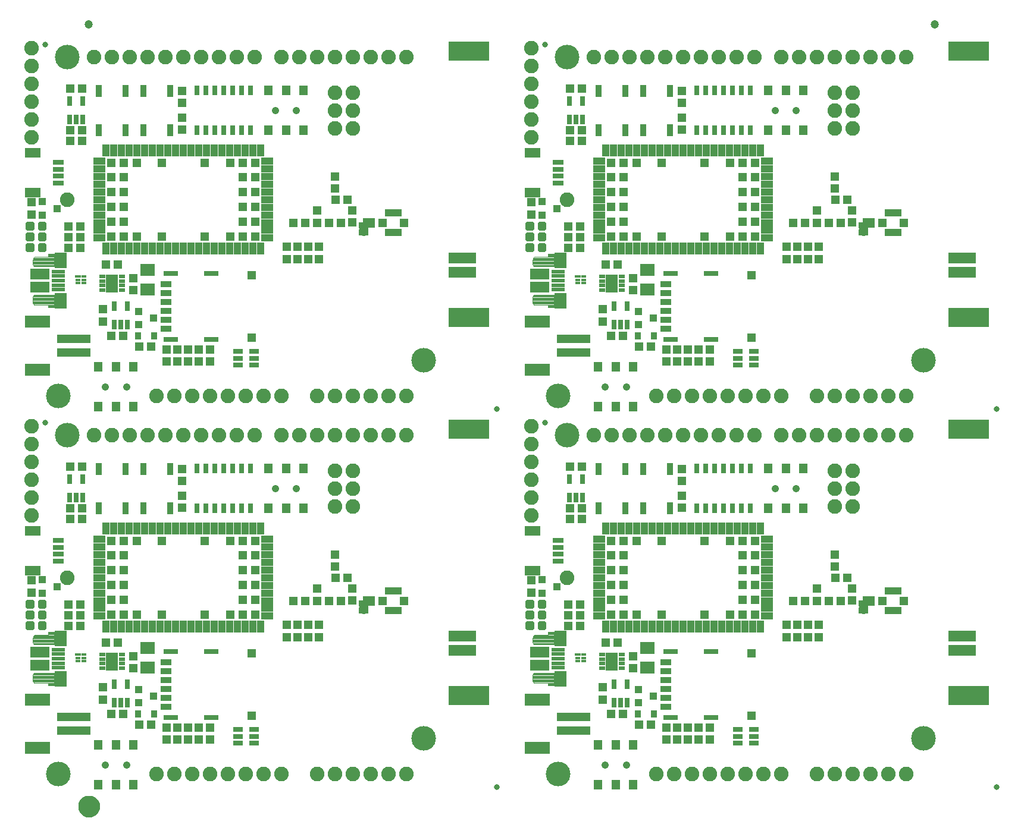
<source format=gts>
G75*
%MOIN*%
%OFA0B0*%
%FSLAX25Y25*%
%IPPOS*%
%LPD*%
%AMOC8*
5,1,8,0,0,1.08239X$1,22.5*
%
%ADD10C,0.05000*%
%ADD11R,0.03950X0.06706*%
%ADD12R,0.06706X0.03950*%
%ADD13R,0.05131X0.05131*%
%ADD14R,0.07690X0.02375*%
%ADD15R,0.06548X0.08674*%
%ADD16R,0.10643X0.06410*%
%ADD17C,0.00400*%
%ADD18R,0.08674X0.05524*%
%ADD19R,0.06115X0.03162*%
%ADD20R,0.18910X0.04737*%
%ADD21R,0.14186X0.07099*%
%ADD22R,0.03800X0.06800*%
%ADD23C,0.08200*%
%ADD24R,0.02965X0.05524*%
%ADD25R,0.05131X0.04737*%
%ADD26R,0.03280X0.04068*%
%ADD27C,0.01990*%
%ADD28R,0.04343X0.03950*%
%ADD29R,0.04737X0.05131*%
%ADD30R,0.03359X0.01981*%
%ADD31R,0.07099X0.10052*%
%ADD32R,0.04737X0.05328*%
%ADD33C,0.04146*%
%ADD34R,0.05918X0.03359*%
%ADD35R,0.07887X0.02690*%
%ADD36R,0.04737X0.04855*%
%ADD37R,0.09461X0.04146*%
%ADD38R,0.04934X0.04737*%
%ADD39R,0.03162X0.05524*%
%ADD40R,0.07887X0.07099*%
%ADD41R,0.22847X0.11036*%
%ADD42R,0.15367X0.06312*%
%ADD43C,0.13800*%
%ADD44R,0.03300X0.05800*%
%ADD45R,0.05800X0.03300*%
%ADD46C,0.00500*%
%ADD47R,0.03202X0.01784*%
%ADD48R,0.03005X0.01784*%
%ADD49R,0.05524X0.03162*%
%ADD50C,0.03300*%
%ADD51C,0.04737*%
%ADD52C,0.06706*%
D10*
X0095959Y0020250D02*
X0095961Y0020369D01*
X0095967Y0020488D01*
X0095977Y0020607D01*
X0095991Y0020725D01*
X0096009Y0020843D01*
X0096030Y0020960D01*
X0096056Y0021076D01*
X0096086Y0021192D01*
X0096119Y0021306D01*
X0096156Y0021419D01*
X0096197Y0021531D01*
X0096242Y0021642D01*
X0096290Y0021751D01*
X0096342Y0021858D01*
X0096398Y0021963D01*
X0096457Y0022067D01*
X0096519Y0022168D01*
X0096585Y0022268D01*
X0096654Y0022365D01*
X0096726Y0022459D01*
X0096802Y0022552D01*
X0096880Y0022641D01*
X0096961Y0022728D01*
X0097046Y0022813D01*
X0097133Y0022894D01*
X0097222Y0022972D01*
X0097315Y0023048D01*
X0097409Y0023120D01*
X0097506Y0023189D01*
X0097606Y0023255D01*
X0097707Y0023317D01*
X0097811Y0023376D01*
X0097916Y0023432D01*
X0098023Y0023484D01*
X0098132Y0023532D01*
X0098243Y0023577D01*
X0098355Y0023618D01*
X0098468Y0023655D01*
X0098582Y0023688D01*
X0098698Y0023718D01*
X0098814Y0023744D01*
X0098931Y0023765D01*
X0099049Y0023783D01*
X0099167Y0023797D01*
X0099286Y0023807D01*
X0099405Y0023813D01*
X0099524Y0023815D01*
X0099643Y0023813D01*
X0099762Y0023807D01*
X0099881Y0023797D01*
X0099999Y0023783D01*
X0100117Y0023765D01*
X0100234Y0023744D01*
X0100350Y0023718D01*
X0100466Y0023688D01*
X0100580Y0023655D01*
X0100693Y0023618D01*
X0100805Y0023577D01*
X0100916Y0023532D01*
X0101025Y0023484D01*
X0101132Y0023432D01*
X0101237Y0023376D01*
X0101341Y0023317D01*
X0101442Y0023255D01*
X0101542Y0023189D01*
X0101639Y0023120D01*
X0101733Y0023048D01*
X0101826Y0022972D01*
X0101915Y0022894D01*
X0102002Y0022813D01*
X0102087Y0022728D01*
X0102168Y0022641D01*
X0102246Y0022552D01*
X0102322Y0022459D01*
X0102394Y0022365D01*
X0102463Y0022268D01*
X0102529Y0022168D01*
X0102591Y0022067D01*
X0102650Y0021963D01*
X0102706Y0021858D01*
X0102758Y0021751D01*
X0102806Y0021642D01*
X0102851Y0021531D01*
X0102892Y0021419D01*
X0102929Y0021306D01*
X0102962Y0021192D01*
X0102992Y0021076D01*
X0103018Y0020960D01*
X0103039Y0020843D01*
X0103057Y0020725D01*
X0103071Y0020607D01*
X0103081Y0020488D01*
X0103087Y0020369D01*
X0103089Y0020250D01*
X0103087Y0020131D01*
X0103081Y0020012D01*
X0103071Y0019893D01*
X0103057Y0019775D01*
X0103039Y0019657D01*
X0103018Y0019540D01*
X0102992Y0019424D01*
X0102962Y0019308D01*
X0102929Y0019194D01*
X0102892Y0019081D01*
X0102851Y0018969D01*
X0102806Y0018858D01*
X0102758Y0018749D01*
X0102706Y0018642D01*
X0102650Y0018537D01*
X0102591Y0018433D01*
X0102529Y0018332D01*
X0102463Y0018232D01*
X0102394Y0018135D01*
X0102322Y0018041D01*
X0102246Y0017948D01*
X0102168Y0017859D01*
X0102087Y0017772D01*
X0102002Y0017687D01*
X0101915Y0017606D01*
X0101826Y0017528D01*
X0101733Y0017452D01*
X0101639Y0017380D01*
X0101542Y0017311D01*
X0101442Y0017245D01*
X0101341Y0017183D01*
X0101237Y0017124D01*
X0101132Y0017068D01*
X0101025Y0017016D01*
X0100916Y0016968D01*
X0100805Y0016923D01*
X0100693Y0016882D01*
X0100580Y0016845D01*
X0100466Y0016812D01*
X0100350Y0016782D01*
X0100234Y0016756D01*
X0100117Y0016735D01*
X0099999Y0016717D01*
X0099881Y0016703D01*
X0099762Y0016693D01*
X0099643Y0016687D01*
X0099524Y0016685D01*
X0099405Y0016687D01*
X0099286Y0016693D01*
X0099167Y0016703D01*
X0099049Y0016717D01*
X0098931Y0016735D01*
X0098814Y0016756D01*
X0098698Y0016782D01*
X0098582Y0016812D01*
X0098468Y0016845D01*
X0098355Y0016882D01*
X0098243Y0016923D01*
X0098132Y0016968D01*
X0098023Y0017016D01*
X0097916Y0017068D01*
X0097811Y0017124D01*
X0097707Y0017183D01*
X0097606Y0017245D01*
X0097506Y0017311D01*
X0097409Y0017380D01*
X0097315Y0017452D01*
X0097222Y0017528D01*
X0097133Y0017606D01*
X0097046Y0017687D01*
X0096961Y0017772D01*
X0096880Y0017859D01*
X0096802Y0017948D01*
X0096726Y0018041D01*
X0096654Y0018135D01*
X0096585Y0018232D01*
X0096519Y0018332D01*
X0096457Y0018433D01*
X0096398Y0018537D01*
X0096342Y0018642D01*
X0096290Y0018749D01*
X0096242Y0018858D01*
X0096197Y0018969D01*
X0096156Y0019081D01*
X0096119Y0019194D01*
X0096086Y0019308D01*
X0096056Y0019424D01*
X0096030Y0019540D01*
X0096009Y0019657D01*
X0095991Y0019775D01*
X0095977Y0019893D01*
X0095967Y0020012D01*
X0095961Y0020131D01*
X0095959Y0020250D01*
X0253524Y0130800D02*
X0253524Y0132400D01*
X0253524Y0132500D02*
X0253524Y0131000D01*
X0533524Y0131000D02*
X0533524Y0132500D01*
X0533524Y0132400D02*
X0533524Y0130800D01*
X0533524Y0342800D02*
X0533524Y0344400D01*
X0533524Y0344500D02*
X0533524Y0343000D01*
X0253524Y0343000D02*
X0253524Y0344500D01*
X0253524Y0344400D02*
X0253524Y0342800D01*
D11*
X0195831Y0333138D03*
X0191500Y0333138D03*
X0187169Y0333138D03*
X0182839Y0333138D03*
X0178508Y0333138D03*
X0174177Y0333138D03*
X0169846Y0333138D03*
X0165516Y0333138D03*
X0161185Y0333138D03*
X0156854Y0333138D03*
X0152524Y0333138D03*
X0148193Y0333138D03*
X0143862Y0333138D03*
X0139531Y0333138D03*
X0135201Y0333138D03*
X0130870Y0333138D03*
X0126539Y0333138D03*
X0122209Y0333138D03*
X0117878Y0333138D03*
X0113547Y0333138D03*
X0109217Y0333138D03*
X0109217Y0387862D03*
X0113547Y0387862D03*
X0117878Y0387862D03*
X0122209Y0387862D03*
X0126539Y0387862D03*
X0130870Y0387862D03*
X0135201Y0387862D03*
X0139531Y0387862D03*
X0143862Y0387862D03*
X0148193Y0387862D03*
X0152524Y0387862D03*
X0156854Y0387862D03*
X0161185Y0387862D03*
X0165516Y0387862D03*
X0169846Y0387862D03*
X0174177Y0387862D03*
X0178508Y0387862D03*
X0182839Y0387862D03*
X0187169Y0387862D03*
X0191500Y0387862D03*
X0195831Y0387862D03*
X0389217Y0387862D03*
X0393547Y0387862D03*
X0397878Y0387862D03*
X0402209Y0387862D03*
X0406539Y0387862D03*
X0410870Y0387862D03*
X0415201Y0387862D03*
X0419531Y0387862D03*
X0423862Y0387862D03*
X0428193Y0387862D03*
X0432524Y0387862D03*
X0436854Y0387862D03*
X0441185Y0387862D03*
X0445516Y0387862D03*
X0449846Y0387862D03*
X0454177Y0387862D03*
X0458508Y0387862D03*
X0462839Y0387862D03*
X0467169Y0387862D03*
X0471500Y0387862D03*
X0475831Y0387862D03*
X0475831Y0333138D03*
X0471500Y0333138D03*
X0467169Y0333138D03*
X0462839Y0333138D03*
X0458508Y0333138D03*
X0454177Y0333138D03*
X0449846Y0333138D03*
X0445516Y0333138D03*
X0441185Y0333138D03*
X0436854Y0333138D03*
X0432524Y0333138D03*
X0428193Y0333138D03*
X0423862Y0333138D03*
X0419531Y0333138D03*
X0415201Y0333138D03*
X0410870Y0333138D03*
X0406539Y0333138D03*
X0402209Y0333138D03*
X0397878Y0333138D03*
X0393547Y0333138D03*
X0389217Y0333138D03*
X0389217Y0175862D03*
X0393547Y0175862D03*
X0397878Y0175862D03*
X0402209Y0175862D03*
X0406539Y0175862D03*
X0410870Y0175862D03*
X0415201Y0175862D03*
X0419531Y0175862D03*
X0423862Y0175862D03*
X0428193Y0175862D03*
X0432524Y0175862D03*
X0436854Y0175862D03*
X0441185Y0175862D03*
X0445516Y0175862D03*
X0449846Y0175862D03*
X0454177Y0175862D03*
X0458508Y0175862D03*
X0462839Y0175862D03*
X0467169Y0175862D03*
X0471500Y0175862D03*
X0475831Y0175862D03*
X0475831Y0121138D03*
X0471500Y0121138D03*
X0467169Y0121138D03*
X0462839Y0121138D03*
X0458508Y0121138D03*
X0454177Y0121138D03*
X0449846Y0121138D03*
X0445516Y0121138D03*
X0441185Y0121138D03*
X0436854Y0121138D03*
X0432524Y0121138D03*
X0428193Y0121138D03*
X0423862Y0121138D03*
X0419531Y0121138D03*
X0415201Y0121138D03*
X0410870Y0121138D03*
X0406539Y0121138D03*
X0402209Y0121138D03*
X0397878Y0121138D03*
X0393547Y0121138D03*
X0389217Y0121138D03*
X0195831Y0121138D03*
X0191500Y0121138D03*
X0187169Y0121138D03*
X0182839Y0121138D03*
X0178508Y0121138D03*
X0174177Y0121138D03*
X0169846Y0121138D03*
X0165516Y0121138D03*
X0161185Y0121138D03*
X0156854Y0121138D03*
X0152524Y0121138D03*
X0148193Y0121138D03*
X0143862Y0121138D03*
X0139531Y0121138D03*
X0135201Y0121138D03*
X0130870Y0121138D03*
X0126539Y0121138D03*
X0122209Y0121138D03*
X0117878Y0121138D03*
X0113547Y0121138D03*
X0109217Y0121138D03*
X0109217Y0175862D03*
X0113547Y0175862D03*
X0117878Y0175862D03*
X0122209Y0175862D03*
X0126539Y0175862D03*
X0130870Y0175862D03*
X0135201Y0175862D03*
X0139531Y0175862D03*
X0143862Y0175862D03*
X0148193Y0175862D03*
X0152524Y0175862D03*
X0156854Y0175862D03*
X0161185Y0175862D03*
X0165516Y0175862D03*
X0169846Y0175862D03*
X0174177Y0175862D03*
X0178508Y0175862D03*
X0182839Y0175862D03*
X0187169Y0175862D03*
X0191500Y0175862D03*
X0195831Y0175862D03*
D12*
X0199571Y0170154D03*
X0199571Y0165823D03*
X0199571Y0161492D03*
X0199571Y0157161D03*
X0199571Y0152831D03*
X0199571Y0148500D03*
X0199571Y0144169D03*
X0199571Y0139839D03*
X0199571Y0135508D03*
X0199571Y0131177D03*
X0199571Y0126846D03*
X0105476Y0126846D03*
X0105476Y0131177D03*
X0105476Y0135508D03*
X0105476Y0139839D03*
X0105476Y0144169D03*
X0105476Y0148500D03*
X0105476Y0152831D03*
X0105476Y0157161D03*
X0105476Y0161492D03*
X0105476Y0165823D03*
X0105476Y0170154D03*
X0105476Y0338846D03*
X0105476Y0343177D03*
X0105476Y0347508D03*
X0105476Y0351839D03*
X0105476Y0356169D03*
X0105476Y0360500D03*
X0105476Y0364831D03*
X0105476Y0369161D03*
X0105476Y0373492D03*
X0105476Y0377823D03*
X0105476Y0382154D03*
X0199571Y0382154D03*
X0199571Y0377823D03*
X0199571Y0373492D03*
X0199571Y0369161D03*
X0199571Y0364831D03*
X0199571Y0360500D03*
X0199571Y0356169D03*
X0199571Y0351839D03*
X0199571Y0347508D03*
X0199571Y0343177D03*
X0199571Y0338846D03*
X0385476Y0338846D03*
X0385476Y0343177D03*
X0385476Y0347508D03*
X0385476Y0351839D03*
X0385476Y0356169D03*
X0385476Y0360500D03*
X0385476Y0364831D03*
X0385476Y0369161D03*
X0385476Y0373492D03*
X0385476Y0377823D03*
X0385476Y0382154D03*
X0479571Y0382154D03*
X0479571Y0377823D03*
X0479571Y0373492D03*
X0479571Y0369161D03*
X0479571Y0364831D03*
X0479571Y0360500D03*
X0479571Y0356169D03*
X0479571Y0351839D03*
X0479571Y0347508D03*
X0479571Y0343177D03*
X0479571Y0338846D03*
X0479571Y0170154D03*
X0479571Y0165823D03*
X0479571Y0161492D03*
X0479571Y0157161D03*
X0479571Y0152831D03*
X0479571Y0148500D03*
X0479571Y0144169D03*
X0479571Y0139839D03*
X0479571Y0135508D03*
X0479571Y0131177D03*
X0479571Y0126846D03*
X0385476Y0126846D03*
X0385476Y0131177D03*
X0385476Y0135508D03*
X0385476Y0139839D03*
X0385476Y0144169D03*
X0385476Y0148500D03*
X0385476Y0152831D03*
X0385476Y0157161D03*
X0385476Y0161492D03*
X0385476Y0165823D03*
X0385476Y0170154D03*
D13*
X0392169Y0169169D03*
X0399256Y0169169D03*
X0406343Y0169169D03*
X0399256Y0160902D03*
X0392169Y0160902D03*
X0392169Y0152634D03*
X0399256Y0152634D03*
X0399256Y0144366D03*
X0392169Y0144366D03*
X0392169Y0136098D03*
X0399256Y0136098D03*
X0399256Y0127831D03*
X0406343Y0127831D03*
X0420516Y0127831D03*
X0444531Y0127831D03*
X0458705Y0127831D03*
X0465791Y0127831D03*
X0472878Y0127831D03*
X0472878Y0136098D03*
X0465791Y0136098D03*
X0465791Y0144366D03*
X0472878Y0144366D03*
X0472878Y0152634D03*
X0465791Y0152634D03*
X0465791Y0160902D03*
X0472878Y0160902D03*
X0472878Y0169169D03*
X0465791Y0169169D03*
X0458705Y0169169D03*
X0444531Y0169169D03*
X0420516Y0169169D03*
X0392169Y0127831D03*
X0192878Y0127831D03*
X0185791Y0127831D03*
X0178705Y0127831D03*
X0185791Y0136098D03*
X0192878Y0136098D03*
X0192878Y0144366D03*
X0185791Y0144366D03*
X0185791Y0152634D03*
X0192878Y0152634D03*
X0192878Y0160902D03*
X0185791Y0160902D03*
X0185791Y0169169D03*
X0178705Y0169169D03*
X0192878Y0169169D03*
X0164531Y0169169D03*
X0140516Y0169169D03*
X0126343Y0169169D03*
X0119256Y0169169D03*
X0112169Y0169169D03*
X0112169Y0160902D03*
X0119256Y0160902D03*
X0119256Y0152634D03*
X0112169Y0152634D03*
X0112169Y0144366D03*
X0119256Y0144366D03*
X0119256Y0136098D03*
X0112169Y0136098D03*
X0112169Y0127831D03*
X0119256Y0127831D03*
X0126343Y0127831D03*
X0140516Y0127831D03*
X0164531Y0127831D03*
X0164531Y0339831D03*
X0178705Y0339831D03*
X0185791Y0339831D03*
X0192878Y0339831D03*
X0192878Y0348098D03*
X0185791Y0348098D03*
X0185791Y0356366D03*
X0192878Y0356366D03*
X0192878Y0364634D03*
X0185791Y0364634D03*
X0185791Y0372902D03*
X0192878Y0372902D03*
X0192878Y0381169D03*
X0185791Y0381169D03*
X0178705Y0381169D03*
X0164531Y0381169D03*
X0140516Y0381169D03*
X0126343Y0381169D03*
X0119256Y0381169D03*
X0112169Y0381169D03*
X0112169Y0372902D03*
X0119256Y0372902D03*
X0119256Y0364634D03*
X0112169Y0364634D03*
X0112169Y0356366D03*
X0119256Y0356366D03*
X0119256Y0348098D03*
X0112169Y0348098D03*
X0112169Y0339831D03*
X0119256Y0339831D03*
X0126343Y0339831D03*
X0140516Y0339831D03*
X0392169Y0339831D03*
X0399256Y0339831D03*
X0406343Y0339831D03*
X0399256Y0348098D03*
X0392169Y0348098D03*
X0392169Y0356366D03*
X0399256Y0356366D03*
X0399256Y0364634D03*
X0392169Y0364634D03*
X0392169Y0372902D03*
X0399256Y0372902D03*
X0399256Y0381169D03*
X0406343Y0381169D03*
X0420516Y0381169D03*
X0444531Y0381169D03*
X0458705Y0381169D03*
X0465791Y0381169D03*
X0472878Y0381169D03*
X0472878Y0372902D03*
X0465791Y0372902D03*
X0465791Y0364634D03*
X0472878Y0364634D03*
X0472878Y0356366D03*
X0465791Y0356366D03*
X0465791Y0348098D03*
X0472878Y0348098D03*
X0472878Y0339831D03*
X0465791Y0339831D03*
X0458705Y0339831D03*
X0444531Y0339831D03*
X0420516Y0339831D03*
X0392169Y0381169D03*
D14*
X0362524Y0320118D03*
X0362524Y0317559D03*
X0362524Y0315000D03*
X0362524Y0312441D03*
X0362524Y0309882D03*
X0082524Y0309882D03*
X0082524Y0312441D03*
X0082524Y0315000D03*
X0082524Y0317559D03*
X0082524Y0320118D03*
X0082524Y0108118D03*
X0082524Y0105559D03*
X0082524Y0103000D03*
X0082524Y0100441D03*
X0082524Y0097882D03*
X0362524Y0097882D03*
X0362524Y0100441D03*
X0362524Y0103000D03*
X0362524Y0105559D03*
X0362524Y0108118D03*
D15*
X0363606Y0114417D03*
X0363606Y0091583D03*
X0083606Y0091583D03*
X0083606Y0114417D03*
X0083606Y0303583D03*
X0083606Y0326417D03*
X0363606Y0326417D03*
X0363606Y0303583D03*
D16*
X0351992Y0311211D03*
X0351992Y0318789D03*
X0071992Y0318789D03*
X0071992Y0311211D03*
X0071992Y0106789D03*
X0071992Y0099211D03*
X0351992Y0099211D03*
X0351992Y0106789D03*
D17*
X0349827Y0110874D02*
X0349515Y0110865D01*
X0349209Y0110925D01*
X0348925Y0111052D01*
X0348675Y0111239D01*
X0348474Y0111477D01*
X0348330Y0111753D01*
X0348252Y0112055D01*
X0348252Y0114811D01*
X0348291Y0115161D01*
X0348408Y0115494D01*
X0348596Y0115793D01*
X0348845Y0116042D01*
X0349143Y0116230D01*
X0349476Y0116346D01*
X0349827Y0116386D01*
X0356913Y0116386D01*
X0356913Y0117961D01*
X0360063Y0117961D01*
X0360063Y0110874D01*
X0349827Y0110874D01*
X0349060Y0110992D02*
X0360063Y0110992D01*
X0360063Y0111390D02*
X0348547Y0111390D01*
X0348321Y0111789D02*
X0360063Y0111789D01*
X0360063Y0112187D02*
X0348252Y0112187D01*
X0348252Y0112586D02*
X0360063Y0112586D01*
X0360063Y0112984D02*
X0348252Y0112984D01*
X0348252Y0113383D02*
X0360063Y0113383D01*
X0360063Y0113781D02*
X0348252Y0113781D01*
X0348252Y0114180D02*
X0360063Y0114180D01*
X0360063Y0114578D02*
X0348252Y0114578D01*
X0348271Y0114977D02*
X0360063Y0114977D01*
X0360063Y0115375D02*
X0348366Y0115375D01*
X0348584Y0115774D02*
X0360063Y0115774D01*
X0360063Y0116172D02*
X0349052Y0116172D01*
X0356913Y0116571D02*
X0360063Y0116571D01*
X0360063Y0116970D02*
X0356913Y0116970D01*
X0356913Y0117368D02*
X0360063Y0117368D01*
X0360063Y0117767D02*
X0356913Y0117767D01*
X0360063Y0095126D02*
X0349433Y0095126D01*
X0349170Y0095096D01*
X0348921Y0095009D01*
X0348697Y0094868D01*
X0348510Y0094681D01*
X0348369Y0094457D01*
X0348282Y0094208D01*
X0348252Y0093945D01*
X0348252Y0090795D01*
X0348243Y0090484D01*
X0348303Y0090178D01*
X0348430Y0089893D01*
X0348617Y0089644D01*
X0348855Y0089442D01*
X0349131Y0089299D01*
X0349433Y0089220D01*
X0356913Y0089220D01*
X0356913Y0088039D01*
X0360063Y0088039D01*
X0360063Y0095126D01*
X0360063Y0095051D02*
X0349042Y0095051D01*
X0348492Y0094653D02*
X0360063Y0094653D01*
X0360063Y0094254D02*
X0348298Y0094254D01*
X0348252Y0093856D02*
X0360063Y0093856D01*
X0360063Y0093457D02*
X0348252Y0093457D01*
X0348252Y0093059D02*
X0360063Y0093059D01*
X0360063Y0092660D02*
X0348252Y0092660D01*
X0348252Y0092262D02*
X0360063Y0092262D01*
X0360063Y0091863D02*
X0348252Y0091863D01*
X0348252Y0091465D02*
X0360063Y0091465D01*
X0360063Y0091066D02*
X0348252Y0091066D01*
X0348248Y0090668D02*
X0360063Y0090668D01*
X0360063Y0090269D02*
X0348285Y0090269D01*
X0348447Y0089871D02*
X0360063Y0089871D01*
X0360063Y0089472D02*
X0348819Y0089472D01*
X0356913Y0089074D02*
X0360063Y0089074D01*
X0360063Y0088675D02*
X0356913Y0088675D01*
X0356913Y0088277D02*
X0360063Y0088277D01*
X0080063Y0088277D02*
X0076913Y0088277D01*
X0076913Y0088039D02*
X0076913Y0089220D01*
X0069433Y0089220D01*
X0069131Y0089299D01*
X0068855Y0089442D01*
X0068617Y0089644D01*
X0068430Y0089893D01*
X0068303Y0090178D01*
X0068243Y0090484D01*
X0068252Y0090795D01*
X0068252Y0093945D01*
X0068282Y0094208D01*
X0068369Y0094457D01*
X0068510Y0094681D01*
X0068697Y0094868D01*
X0068921Y0095009D01*
X0069170Y0095096D01*
X0069433Y0095126D01*
X0080063Y0095126D01*
X0080063Y0088039D01*
X0076913Y0088039D01*
X0076913Y0088675D02*
X0080063Y0088675D01*
X0080063Y0089074D02*
X0076913Y0089074D01*
X0080063Y0089472D02*
X0068819Y0089472D01*
X0068447Y0089871D02*
X0080063Y0089871D01*
X0080063Y0090269D02*
X0068285Y0090269D01*
X0068248Y0090668D02*
X0080063Y0090668D01*
X0080063Y0091066D02*
X0068252Y0091066D01*
X0068252Y0091465D02*
X0080063Y0091465D01*
X0080063Y0091863D02*
X0068252Y0091863D01*
X0068252Y0092262D02*
X0080063Y0092262D01*
X0080063Y0092660D02*
X0068252Y0092660D01*
X0068252Y0093059D02*
X0080063Y0093059D01*
X0080063Y0093457D02*
X0068252Y0093457D01*
X0068252Y0093856D02*
X0080063Y0093856D01*
X0080063Y0094254D02*
X0068298Y0094254D01*
X0068492Y0094653D02*
X0080063Y0094653D01*
X0080063Y0095051D02*
X0069042Y0095051D01*
X0069515Y0110865D02*
X0069209Y0110925D01*
X0068925Y0111052D01*
X0068675Y0111239D01*
X0068474Y0111477D01*
X0068330Y0111753D01*
X0068252Y0112055D01*
X0068252Y0114811D01*
X0068291Y0115161D01*
X0068408Y0115494D01*
X0068596Y0115793D01*
X0068845Y0116042D01*
X0069143Y0116230D01*
X0069476Y0116346D01*
X0069827Y0116386D01*
X0076913Y0116386D01*
X0076913Y0117961D01*
X0080063Y0117961D01*
X0080063Y0110874D01*
X0069827Y0110874D01*
X0069515Y0110865D01*
X0069060Y0110992D02*
X0080063Y0110992D01*
X0080063Y0111390D02*
X0068547Y0111390D01*
X0068321Y0111789D02*
X0080063Y0111789D01*
X0080063Y0112187D02*
X0068252Y0112187D01*
X0068252Y0112586D02*
X0080063Y0112586D01*
X0080063Y0112984D02*
X0068252Y0112984D01*
X0068252Y0113383D02*
X0080063Y0113383D01*
X0080063Y0113781D02*
X0068252Y0113781D01*
X0068252Y0114180D02*
X0080063Y0114180D01*
X0080063Y0114578D02*
X0068252Y0114578D01*
X0068271Y0114977D02*
X0080063Y0114977D01*
X0080063Y0115375D02*
X0068366Y0115375D01*
X0068584Y0115774D02*
X0080063Y0115774D01*
X0080063Y0116172D02*
X0069052Y0116172D01*
X0076913Y0116571D02*
X0080063Y0116571D01*
X0080063Y0116970D02*
X0076913Y0116970D01*
X0076913Y0117368D02*
X0080063Y0117368D01*
X0080063Y0117767D02*
X0076913Y0117767D01*
X0076913Y0300039D02*
X0076913Y0301220D01*
X0069433Y0301220D01*
X0069131Y0301299D01*
X0068855Y0301442D01*
X0068617Y0301644D01*
X0068430Y0301893D01*
X0068303Y0302178D01*
X0068243Y0302484D01*
X0068252Y0302795D01*
X0068252Y0305945D01*
X0068282Y0306208D01*
X0068369Y0306457D01*
X0068510Y0306681D01*
X0068697Y0306868D01*
X0068921Y0307009D01*
X0069170Y0307096D01*
X0069433Y0307126D01*
X0080063Y0307126D01*
X0080063Y0300039D01*
X0076913Y0300039D01*
X0076913Y0300285D02*
X0080063Y0300285D01*
X0080063Y0300683D02*
X0076913Y0300683D01*
X0076913Y0301082D02*
X0080063Y0301082D01*
X0080063Y0301480D02*
X0068810Y0301480D01*
X0068441Y0301879D02*
X0080063Y0301879D01*
X0080063Y0302277D02*
X0068283Y0302277D01*
X0068248Y0302676D02*
X0080063Y0302676D01*
X0080063Y0303074D02*
X0068252Y0303074D01*
X0068252Y0303473D02*
X0080063Y0303473D01*
X0080063Y0303871D02*
X0068252Y0303871D01*
X0068252Y0304270D02*
X0080063Y0304270D01*
X0080063Y0304668D02*
X0068252Y0304668D01*
X0068252Y0305067D02*
X0080063Y0305067D01*
X0080063Y0305465D02*
X0068252Y0305465D01*
X0068252Y0305864D02*
X0080063Y0305864D01*
X0080063Y0306262D02*
X0068301Y0306262D01*
X0068497Y0306661D02*
X0080063Y0306661D01*
X0080063Y0307059D02*
X0069065Y0307059D01*
X0069515Y0322865D02*
X0069209Y0322925D01*
X0068925Y0323052D01*
X0068675Y0323239D01*
X0068474Y0323477D01*
X0068330Y0323753D01*
X0068252Y0324055D01*
X0068252Y0326811D01*
X0068291Y0327161D01*
X0068408Y0327494D01*
X0068596Y0327793D01*
X0068845Y0328042D01*
X0069143Y0328230D01*
X0069476Y0328346D01*
X0069827Y0328386D01*
X0076913Y0328386D01*
X0076913Y0329961D01*
X0080063Y0329961D01*
X0080063Y0322874D01*
X0069827Y0322874D01*
X0069515Y0322865D01*
X0069042Y0323000D02*
X0080063Y0323000D01*
X0080063Y0323398D02*
X0068540Y0323398D01*
X0068319Y0323797D02*
X0080063Y0323797D01*
X0080063Y0324195D02*
X0068252Y0324195D01*
X0068252Y0324594D02*
X0080063Y0324594D01*
X0080063Y0324992D02*
X0068252Y0324992D01*
X0068252Y0325391D02*
X0080063Y0325391D01*
X0080063Y0325789D02*
X0068252Y0325789D01*
X0068252Y0326188D02*
X0080063Y0326188D01*
X0080063Y0326586D02*
X0068252Y0326586D01*
X0068272Y0326985D02*
X0080063Y0326985D01*
X0080063Y0327383D02*
X0068369Y0327383D01*
X0068589Y0327782D02*
X0080063Y0327782D01*
X0080063Y0328181D02*
X0069065Y0328181D01*
X0076913Y0328579D02*
X0080063Y0328579D01*
X0080063Y0328978D02*
X0076913Y0328978D01*
X0076913Y0329376D02*
X0080063Y0329376D01*
X0080063Y0329775D02*
X0076913Y0329775D01*
X0348252Y0326811D02*
X0348252Y0324055D01*
X0348330Y0323753D01*
X0348474Y0323477D01*
X0348675Y0323239D01*
X0348925Y0323052D01*
X0349209Y0322925D01*
X0349515Y0322865D01*
X0349827Y0322874D01*
X0360063Y0322874D01*
X0360063Y0329961D01*
X0356913Y0329961D01*
X0356913Y0328386D01*
X0349827Y0328386D01*
X0349476Y0328346D01*
X0349143Y0328230D01*
X0348845Y0328042D01*
X0348596Y0327793D01*
X0348408Y0327494D01*
X0348291Y0327161D01*
X0348252Y0326811D01*
X0348272Y0326985D02*
X0360063Y0326985D01*
X0360063Y0327383D02*
X0348369Y0327383D01*
X0348589Y0327782D02*
X0360063Y0327782D01*
X0360063Y0328181D02*
X0349065Y0328181D01*
X0348252Y0326586D02*
X0360063Y0326586D01*
X0360063Y0326188D02*
X0348252Y0326188D01*
X0348252Y0325789D02*
X0360063Y0325789D01*
X0360063Y0325391D02*
X0348252Y0325391D01*
X0348252Y0324992D02*
X0360063Y0324992D01*
X0360063Y0324594D02*
X0348252Y0324594D01*
X0348252Y0324195D02*
X0360063Y0324195D01*
X0360063Y0323797D02*
X0348319Y0323797D01*
X0348540Y0323398D02*
X0360063Y0323398D01*
X0360063Y0323000D02*
X0349042Y0323000D01*
X0356913Y0328579D02*
X0360063Y0328579D01*
X0360063Y0328978D02*
X0356913Y0328978D01*
X0356913Y0329376D02*
X0360063Y0329376D01*
X0360063Y0329775D02*
X0356913Y0329775D01*
X0360063Y0307126D02*
X0349433Y0307126D01*
X0349170Y0307096D01*
X0348921Y0307009D01*
X0348697Y0306868D01*
X0348510Y0306681D01*
X0348369Y0306457D01*
X0348282Y0306208D01*
X0348252Y0305945D01*
X0348252Y0302795D01*
X0348243Y0302484D01*
X0348303Y0302178D01*
X0348430Y0301893D01*
X0348617Y0301644D01*
X0348855Y0301442D01*
X0349131Y0301299D01*
X0349433Y0301220D01*
X0356913Y0301220D01*
X0356913Y0300039D01*
X0360063Y0300039D01*
X0360063Y0307126D01*
X0360063Y0307059D02*
X0349065Y0307059D01*
X0348497Y0306661D02*
X0360063Y0306661D01*
X0360063Y0306262D02*
X0348301Y0306262D01*
X0348252Y0305864D02*
X0360063Y0305864D01*
X0360063Y0305465D02*
X0348252Y0305465D01*
X0348252Y0305067D02*
X0360063Y0305067D01*
X0360063Y0304668D02*
X0348252Y0304668D01*
X0348252Y0304270D02*
X0360063Y0304270D01*
X0360063Y0303871D02*
X0348252Y0303871D01*
X0348252Y0303473D02*
X0360063Y0303473D01*
X0360063Y0303074D02*
X0348252Y0303074D01*
X0348248Y0302676D02*
X0360063Y0302676D01*
X0360063Y0302277D02*
X0348283Y0302277D01*
X0348441Y0301879D02*
X0360063Y0301879D01*
X0360063Y0301480D02*
X0348810Y0301480D01*
X0356913Y0301082D02*
X0360063Y0301082D01*
X0360063Y0300683D02*
X0356913Y0300683D01*
X0356913Y0300285D02*
X0360063Y0300285D01*
D18*
X0348055Y0364476D03*
X0348055Y0386524D03*
X0068055Y0386524D03*
X0068055Y0364476D03*
X0068055Y0174524D03*
X0068055Y0152476D03*
X0348055Y0152476D03*
X0348055Y0174524D03*
D19*
X0362524Y0169406D03*
X0362524Y0165469D03*
X0362524Y0161531D03*
X0362524Y0157594D03*
X0082524Y0157594D03*
X0082524Y0161531D03*
X0082524Y0165469D03*
X0082524Y0169406D03*
X0082524Y0369594D03*
X0082524Y0373531D03*
X0082524Y0377469D03*
X0082524Y0381406D03*
X0362524Y0381406D03*
X0362524Y0377469D03*
X0362524Y0373531D03*
X0362524Y0369594D03*
D20*
X0371091Y0282437D03*
X0371091Y0274563D03*
X0091091Y0274563D03*
X0091091Y0282437D03*
X0091091Y0070437D03*
X0091091Y0062563D03*
X0371091Y0062563D03*
X0371091Y0070437D03*
D21*
X0070618Y0053114D03*
X0070618Y0079886D03*
X0070618Y0265114D03*
X0070618Y0291886D03*
X0350618Y0291886D03*
X0350618Y0265114D03*
X0350618Y0079886D03*
X0350618Y0053114D03*
D22*
X0385024Y0187500D03*
X0400024Y0187500D03*
X0410024Y0187500D03*
X0425024Y0187500D03*
X0425024Y0209500D03*
X0410024Y0209500D03*
X0400024Y0209500D03*
X0385024Y0209500D03*
X0145024Y0209500D03*
X0130024Y0209500D03*
X0120024Y0209500D03*
X0105024Y0209500D03*
X0105024Y0187500D03*
X0120024Y0187500D03*
X0130024Y0187500D03*
X0145024Y0187500D03*
X0145024Y0399500D03*
X0130024Y0399500D03*
X0120024Y0399500D03*
X0105024Y0399500D03*
X0105024Y0421500D03*
X0120024Y0421500D03*
X0130024Y0421500D03*
X0145024Y0421500D03*
X0385024Y0421500D03*
X0400024Y0421500D03*
X0410024Y0421500D03*
X0425024Y0421500D03*
X0425024Y0399500D03*
X0410024Y0399500D03*
X0400024Y0399500D03*
X0385024Y0399500D03*
D23*
X0347524Y0395500D03*
X0347524Y0405500D03*
X0347524Y0415500D03*
X0347524Y0425500D03*
X0347524Y0435500D03*
X0347524Y0445500D03*
X0382524Y0440500D03*
X0392524Y0440500D03*
X0402524Y0440500D03*
X0412524Y0440500D03*
X0422524Y0440500D03*
X0432524Y0440500D03*
X0442524Y0440500D03*
X0452524Y0440500D03*
X0462524Y0440500D03*
X0472524Y0440500D03*
X0487524Y0440500D03*
X0497524Y0440500D03*
X0507524Y0440500D03*
X0517524Y0440500D03*
X0527524Y0440500D03*
X0537524Y0440500D03*
X0547524Y0440500D03*
X0557524Y0440500D03*
X0527524Y0420500D03*
X0517524Y0420500D03*
X0517524Y0410500D03*
X0527524Y0410500D03*
X0527524Y0400500D03*
X0517524Y0400500D03*
X0367524Y0360500D03*
X0277524Y0440500D03*
X0267524Y0440500D03*
X0257524Y0440500D03*
X0247524Y0440500D03*
X0237524Y0440500D03*
X0227524Y0440500D03*
X0217524Y0440500D03*
X0207524Y0440500D03*
X0192524Y0440500D03*
X0182524Y0440500D03*
X0172524Y0440500D03*
X0162524Y0440500D03*
X0152524Y0440500D03*
X0142524Y0440500D03*
X0132524Y0440500D03*
X0122524Y0440500D03*
X0112524Y0440500D03*
X0102524Y0440500D03*
X0067524Y0435500D03*
X0067524Y0425500D03*
X0067524Y0415500D03*
X0067524Y0405500D03*
X0067524Y0395500D03*
X0087524Y0360500D03*
X0067524Y0445500D03*
X0237524Y0420500D03*
X0247524Y0420500D03*
X0247524Y0410500D03*
X0247524Y0400500D03*
X0237524Y0400500D03*
X0237524Y0410500D03*
X0237524Y0250500D03*
X0227524Y0250500D03*
X0247524Y0250500D03*
X0257524Y0250500D03*
X0267524Y0250500D03*
X0277524Y0250500D03*
X0277524Y0228500D03*
X0267524Y0228500D03*
X0257524Y0228500D03*
X0247524Y0228500D03*
X0237524Y0228500D03*
X0227524Y0228500D03*
X0217524Y0228500D03*
X0207524Y0228500D03*
X0192524Y0228500D03*
X0182524Y0228500D03*
X0172524Y0228500D03*
X0162524Y0228500D03*
X0152524Y0228500D03*
X0142524Y0228500D03*
X0132524Y0228500D03*
X0122524Y0228500D03*
X0112524Y0228500D03*
X0102524Y0228500D03*
X0067524Y0223500D03*
X0067524Y0213500D03*
X0067524Y0203500D03*
X0067524Y0193500D03*
X0067524Y0183500D03*
X0087524Y0148500D03*
X0067524Y0233500D03*
X0137524Y0250500D03*
X0147524Y0250500D03*
X0157524Y0250500D03*
X0167524Y0250500D03*
X0177524Y0250500D03*
X0187524Y0250500D03*
X0197524Y0250500D03*
X0207524Y0250500D03*
X0237524Y0208500D03*
X0247524Y0208500D03*
X0247524Y0198500D03*
X0247524Y0188500D03*
X0237524Y0188500D03*
X0237524Y0198500D03*
X0347524Y0193500D03*
X0347524Y0183500D03*
X0347524Y0203500D03*
X0347524Y0213500D03*
X0347524Y0223500D03*
X0347524Y0233500D03*
X0382524Y0228500D03*
X0392524Y0228500D03*
X0402524Y0228500D03*
X0412524Y0228500D03*
X0422524Y0228500D03*
X0432524Y0228500D03*
X0442524Y0228500D03*
X0452524Y0228500D03*
X0462524Y0228500D03*
X0472524Y0228500D03*
X0487524Y0228500D03*
X0497524Y0228500D03*
X0507524Y0228500D03*
X0517524Y0228500D03*
X0527524Y0228500D03*
X0537524Y0228500D03*
X0547524Y0228500D03*
X0557524Y0228500D03*
X0557524Y0250500D03*
X0547524Y0250500D03*
X0537524Y0250500D03*
X0527524Y0250500D03*
X0517524Y0250500D03*
X0507524Y0250500D03*
X0487524Y0250500D03*
X0477524Y0250500D03*
X0467524Y0250500D03*
X0457524Y0250500D03*
X0447524Y0250500D03*
X0437524Y0250500D03*
X0427524Y0250500D03*
X0417524Y0250500D03*
X0517524Y0208500D03*
X0527524Y0208500D03*
X0527524Y0198500D03*
X0517524Y0198500D03*
X0517524Y0188500D03*
X0527524Y0188500D03*
X0367524Y0148500D03*
X0417524Y0038500D03*
X0427524Y0038500D03*
X0437524Y0038500D03*
X0447524Y0038500D03*
X0457524Y0038500D03*
X0467524Y0038500D03*
X0477524Y0038500D03*
X0487524Y0038500D03*
X0507524Y0038500D03*
X0517524Y0038500D03*
X0527524Y0038500D03*
X0537524Y0038500D03*
X0547524Y0038500D03*
X0557524Y0038500D03*
X0277524Y0038500D03*
X0267524Y0038500D03*
X0257524Y0038500D03*
X0247524Y0038500D03*
X0237524Y0038500D03*
X0227524Y0038500D03*
X0207524Y0038500D03*
X0197524Y0038500D03*
X0187524Y0038500D03*
X0177524Y0038500D03*
X0167524Y0038500D03*
X0157524Y0038500D03*
X0147524Y0038500D03*
X0137524Y0038500D03*
D24*
X0121264Y0078381D03*
X0117524Y0078381D03*
X0113783Y0078381D03*
X0113783Y0088619D03*
X0121264Y0088619D03*
X0096264Y0193381D03*
X0092524Y0193381D03*
X0088783Y0193381D03*
X0088783Y0203619D03*
X0096264Y0203619D03*
X0113783Y0290381D03*
X0117524Y0290381D03*
X0121264Y0290381D03*
X0121264Y0300619D03*
X0113783Y0300619D03*
X0096264Y0405381D03*
X0092524Y0405381D03*
X0088783Y0405381D03*
X0088783Y0415619D03*
X0096264Y0415619D03*
X0368783Y0415619D03*
X0376264Y0415619D03*
X0376264Y0405381D03*
X0372524Y0405381D03*
X0368783Y0405381D03*
X0393783Y0300619D03*
X0401264Y0300619D03*
X0401264Y0290381D03*
X0397524Y0290381D03*
X0393783Y0290381D03*
X0376264Y0203619D03*
X0368783Y0203619D03*
X0368783Y0193381D03*
X0372524Y0193381D03*
X0376264Y0193381D03*
X0393783Y0088619D03*
X0401264Y0088619D03*
X0401264Y0078381D03*
X0397524Y0078381D03*
X0393783Y0078381D03*
D25*
X0392177Y0072000D03*
X0398870Y0072000D03*
X0407677Y0066000D03*
X0414370Y0066000D03*
X0395870Y0112000D03*
X0389177Y0112000D03*
X0374870Y0121500D03*
X0374870Y0127500D03*
X0374870Y0133500D03*
X0368177Y0133500D03*
X0368177Y0127500D03*
X0368177Y0121500D03*
X0369177Y0181500D03*
X0375870Y0181500D03*
X0375870Y0187500D03*
X0369177Y0187500D03*
X0369177Y0210600D03*
X0375870Y0210600D03*
X0407677Y0278000D03*
X0414370Y0278000D03*
X0398870Y0284000D03*
X0392177Y0284000D03*
X0389177Y0324000D03*
X0395870Y0324000D03*
X0374870Y0333500D03*
X0374870Y0339500D03*
X0368177Y0339500D03*
X0368177Y0333500D03*
X0368177Y0345500D03*
X0374870Y0345500D03*
X0375870Y0393500D03*
X0375870Y0399500D03*
X0369177Y0399500D03*
X0369177Y0393500D03*
X0369177Y0422600D03*
X0375870Y0422600D03*
X0494177Y0347508D03*
X0500870Y0347508D03*
X0514177Y0347508D03*
X0520870Y0347508D03*
X0517677Y0360500D03*
X0524370Y0360500D03*
X0244370Y0360500D03*
X0237677Y0360500D03*
X0240870Y0347508D03*
X0234177Y0347508D03*
X0220870Y0347508D03*
X0214177Y0347508D03*
X0115870Y0324000D03*
X0109177Y0324000D03*
X0094870Y0333500D03*
X0094870Y0339500D03*
X0088177Y0339500D03*
X0088177Y0333500D03*
X0088177Y0345500D03*
X0094870Y0345500D03*
X0095870Y0393500D03*
X0095870Y0399500D03*
X0089177Y0399500D03*
X0089177Y0393500D03*
X0089177Y0422600D03*
X0095870Y0422600D03*
X0112177Y0284000D03*
X0118870Y0284000D03*
X0127677Y0278000D03*
X0134370Y0278000D03*
X0095870Y0210600D03*
X0089177Y0210600D03*
X0089177Y0187500D03*
X0095870Y0187500D03*
X0095870Y0181500D03*
X0089177Y0181500D03*
X0088177Y0133500D03*
X0088177Y0127500D03*
X0088177Y0121500D03*
X0094870Y0121500D03*
X0094870Y0127500D03*
X0094870Y0133500D03*
X0109177Y0112000D03*
X0115870Y0112000D03*
X0118870Y0072000D03*
X0112177Y0072000D03*
X0127677Y0066000D03*
X0134370Y0066000D03*
X0214177Y0135508D03*
X0220870Y0135508D03*
X0234177Y0135508D03*
X0240870Y0135508D03*
X0237677Y0148500D03*
X0244370Y0148500D03*
X0494177Y0135508D03*
X0500870Y0135508D03*
X0514177Y0135508D03*
X0520870Y0135508D03*
X0517677Y0148500D03*
X0524370Y0148500D03*
D26*
X0416051Y0072000D03*
X0406996Y0072000D03*
X0136051Y0072000D03*
X0126996Y0072000D03*
X0126996Y0284000D03*
X0136051Y0284000D03*
X0406996Y0284000D03*
X0416051Y0284000D03*
D27*
X0354849Y0332127D02*
X0354849Y0334873D01*
X0354849Y0332127D02*
X0352103Y0332127D01*
X0352103Y0334873D01*
X0354849Y0334873D01*
X0354849Y0334017D02*
X0352103Y0334017D01*
X0347944Y0334873D02*
X0347944Y0332127D01*
X0345198Y0332127D01*
X0345198Y0334873D01*
X0347944Y0334873D01*
X0347944Y0334017D02*
X0345198Y0334017D01*
X0345198Y0338127D02*
X0345198Y0340873D01*
X0347944Y0340873D01*
X0347944Y0338127D01*
X0345198Y0338127D01*
X0345198Y0340017D02*
X0347944Y0340017D01*
X0352103Y0340873D02*
X0352103Y0338127D01*
X0352103Y0340873D02*
X0354849Y0340873D01*
X0354849Y0338127D01*
X0352103Y0338127D01*
X0352103Y0340017D02*
X0354849Y0340017D01*
X0352103Y0344127D02*
X0352103Y0346873D01*
X0354849Y0346873D01*
X0354849Y0344127D01*
X0352103Y0344127D01*
X0352103Y0346017D02*
X0354849Y0346017D01*
X0345198Y0346873D02*
X0345198Y0344127D01*
X0345198Y0346873D02*
X0347944Y0346873D01*
X0347944Y0344127D01*
X0345198Y0344127D01*
X0345198Y0346017D02*
X0347944Y0346017D01*
X0072103Y0346873D02*
X0072103Y0344127D01*
X0072103Y0346873D02*
X0074849Y0346873D01*
X0074849Y0344127D01*
X0072103Y0344127D01*
X0072103Y0346017D02*
X0074849Y0346017D01*
X0065198Y0346873D02*
X0065198Y0344127D01*
X0065198Y0346873D02*
X0067944Y0346873D01*
X0067944Y0344127D01*
X0065198Y0344127D01*
X0065198Y0346017D02*
X0067944Y0346017D01*
X0065198Y0340873D02*
X0065198Y0338127D01*
X0065198Y0340873D02*
X0067944Y0340873D01*
X0067944Y0338127D01*
X0065198Y0338127D01*
X0065198Y0340017D02*
X0067944Y0340017D01*
X0072103Y0340873D02*
X0072103Y0338127D01*
X0072103Y0340873D02*
X0074849Y0340873D01*
X0074849Y0338127D01*
X0072103Y0338127D01*
X0072103Y0340017D02*
X0074849Y0340017D01*
X0074849Y0334873D02*
X0074849Y0332127D01*
X0072103Y0332127D01*
X0072103Y0334873D01*
X0074849Y0334873D01*
X0074849Y0334017D02*
X0072103Y0334017D01*
X0067944Y0334873D02*
X0067944Y0332127D01*
X0065198Y0332127D01*
X0065198Y0334873D01*
X0067944Y0334873D01*
X0067944Y0334017D02*
X0065198Y0334017D01*
X0065198Y0134873D02*
X0065198Y0132127D01*
X0065198Y0134873D02*
X0067944Y0134873D01*
X0067944Y0132127D01*
X0065198Y0132127D01*
X0065198Y0134017D02*
X0067944Y0134017D01*
X0072103Y0134873D02*
X0072103Y0132127D01*
X0072103Y0134873D02*
X0074849Y0134873D01*
X0074849Y0132127D01*
X0072103Y0132127D01*
X0072103Y0134017D02*
X0074849Y0134017D01*
X0072103Y0128873D02*
X0072103Y0126127D01*
X0072103Y0128873D02*
X0074849Y0128873D01*
X0074849Y0126127D01*
X0072103Y0126127D01*
X0072103Y0128017D02*
X0074849Y0128017D01*
X0074849Y0122873D02*
X0074849Y0120127D01*
X0072103Y0120127D01*
X0072103Y0122873D01*
X0074849Y0122873D01*
X0074849Y0122017D02*
X0072103Y0122017D01*
X0067944Y0122873D02*
X0067944Y0120127D01*
X0065198Y0120127D01*
X0065198Y0122873D01*
X0067944Y0122873D01*
X0067944Y0122017D02*
X0065198Y0122017D01*
X0065198Y0126127D02*
X0065198Y0128873D01*
X0067944Y0128873D01*
X0067944Y0126127D01*
X0065198Y0126127D01*
X0065198Y0128017D02*
X0067944Y0128017D01*
X0345198Y0128873D02*
X0345198Y0126127D01*
X0345198Y0128873D02*
X0347944Y0128873D01*
X0347944Y0126127D01*
X0345198Y0126127D01*
X0345198Y0128017D02*
X0347944Y0128017D01*
X0352103Y0128873D02*
X0352103Y0126127D01*
X0352103Y0128873D02*
X0354849Y0128873D01*
X0354849Y0126127D01*
X0352103Y0126127D01*
X0352103Y0128017D02*
X0354849Y0128017D01*
X0352103Y0132127D02*
X0352103Y0134873D01*
X0354849Y0134873D01*
X0354849Y0132127D01*
X0352103Y0132127D01*
X0352103Y0134017D02*
X0354849Y0134017D01*
X0345198Y0134873D02*
X0345198Y0132127D01*
X0345198Y0134873D02*
X0347944Y0134873D01*
X0347944Y0132127D01*
X0345198Y0132127D01*
X0345198Y0134017D02*
X0347944Y0134017D01*
X0347944Y0122873D02*
X0347944Y0120127D01*
X0345198Y0120127D01*
X0345198Y0122873D01*
X0347944Y0122873D01*
X0347944Y0122017D02*
X0345198Y0122017D01*
X0354849Y0122873D02*
X0354849Y0120127D01*
X0352103Y0120127D01*
X0352103Y0122873D01*
X0354849Y0122873D01*
X0354849Y0122017D02*
X0352103Y0122017D01*
D28*
X0353587Y0139760D03*
X0353587Y0147240D03*
X0361854Y0143500D03*
X0407587Y0085740D03*
X0407587Y0078260D03*
X0415854Y0082000D03*
X0135854Y0082000D03*
X0127587Y0078260D03*
X0127587Y0085740D03*
X0081854Y0143500D03*
X0073587Y0147240D03*
X0073587Y0139760D03*
X0127587Y0290260D03*
X0135854Y0294000D03*
X0127587Y0297740D03*
X0073587Y0351760D03*
X0073587Y0359240D03*
X0081854Y0355500D03*
X0353587Y0351760D03*
X0353587Y0359240D03*
X0361854Y0355500D03*
X0407587Y0297740D03*
X0415854Y0294000D03*
X0407587Y0290260D03*
D29*
X0387524Y0292154D03*
X0387524Y0298846D03*
X0404524Y0309654D03*
X0404524Y0316346D03*
X0347524Y0352154D03*
X0347524Y0358846D03*
X0431756Y0399654D03*
X0431756Y0406346D03*
X0431756Y0414654D03*
X0431756Y0421346D03*
X0517524Y0373346D03*
X0517524Y0366654D03*
X0527177Y0354346D03*
X0527177Y0347654D03*
X0507524Y0347492D03*
X0507524Y0354185D03*
X0508524Y0333846D03*
X0502524Y0333846D03*
X0496524Y0333846D03*
X0490524Y0333846D03*
X0490524Y0327154D03*
X0496524Y0327154D03*
X0502524Y0327154D03*
X0508524Y0327154D03*
X0447524Y0276346D03*
X0441024Y0276346D03*
X0435024Y0276346D03*
X0429024Y0276346D03*
X0423024Y0276346D03*
X0423024Y0269654D03*
X0429024Y0269654D03*
X0435024Y0269654D03*
X0441024Y0269654D03*
X0447524Y0269654D03*
X0431756Y0209346D03*
X0431756Y0202654D03*
X0431756Y0194346D03*
X0431756Y0187654D03*
X0507524Y0142185D03*
X0507524Y0135492D03*
X0527177Y0135654D03*
X0527177Y0142346D03*
X0517524Y0154654D03*
X0517524Y0161346D03*
X0508524Y0121846D03*
X0502524Y0121846D03*
X0496524Y0121846D03*
X0490524Y0121846D03*
X0490524Y0115154D03*
X0496524Y0115154D03*
X0502524Y0115154D03*
X0508524Y0115154D03*
X0447524Y0064346D03*
X0441024Y0064346D03*
X0435024Y0064346D03*
X0429024Y0064346D03*
X0423024Y0064346D03*
X0423024Y0057654D03*
X0429024Y0057654D03*
X0435024Y0057654D03*
X0441024Y0057654D03*
X0447524Y0057654D03*
X0404524Y0097654D03*
X0404524Y0104346D03*
X0387524Y0086846D03*
X0387524Y0080154D03*
X0347524Y0140154D03*
X0347524Y0146846D03*
X0247177Y0142346D03*
X0247177Y0135654D03*
X0227524Y0135492D03*
X0227524Y0142185D03*
X0237524Y0154654D03*
X0237524Y0161346D03*
X0228524Y0121846D03*
X0222524Y0121846D03*
X0216524Y0121846D03*
X0210524Y0121846D03*
X0210524Y0115154D03*
X0216524Y0115154D03*
X0222524Y0115154D03*
X0228524Y0115154D03*
X0167524Y0064346D03*
X0161024Y0064346D03*
X0155024Y0064346D03*
X0149024Y0064346D03*
X0143024Y0064346D03*
X0143024Y0057654D03*
X0149024Y0057654D03*
X0155024Y0057654D03*
X0161024Y0057654D03*
X0167524Y0057654D03*
X0124524Y0097654D03*
X0124524Y0104346D03*
X0107524Y0086846D03*
X0107524Y0080154D03*
X0067524Y0140154D03*
X0067524Y0146846D03*
X0151756Y0187654D03*
X0151756Y0194346D03*
X0151756Y0202654D03*
X0151756Y0209346D03*
X0149024Y0269654D03*
X0155024Y0269654D03*
X0161024Y0269654D03*
X0167524Y0269654D03*
X0167524Y0276346D03*
X0161024Y0276346D03*
X0155024Y0276346D03*
X0149024Y0276346D03*
X0143024Y0276346D03*
X0143024Y0269654D03*
X0107524Y0292154D03*
X0107524Y0298846D03*
X0124524Y0309654D03*
X0124524Y0316346D03*
X0067524Y0352154D03*
X0067524Y0358846D03*
X0151756Y0399654D03*
X0151756Y0406346D03*
X0151756Y0414654D03*
X0151756Y0421346D03*
X0237524Y0373346D03*
X0237524Y0366654D03*
X0247177Y0354346D03*
X0247177Y0347654D03*
X0227524Y0347492D03*
X0227524Y0354185D03*
X0228524Y0333846D03*
X0222524Y0333846D03*
X0216524Y0333846D03*
X0210524Y0333846D03*
X0210524Y0327154D03*
X0216524Y0327154D03*
X0222524Y0327154D03*
X0228524Y0327154D03*
D30*
X0117937Y0317339D03*
X0117937Y0314780D03*
X0117937Y0312220D03*
X0117937Y0309661D03*
X0107110Y0309661D03*
X0107110Y0312220D03*
X0107110Y0314780D03*
X0107110Y0317339D03*
X0387110Y0317339D03*
X0387110Y0314780D03*
X0387110Y0312220D03*
X0387110Y0309661D03*
X0397937Y0309661D03*
X0397937Y0312220D03*
X0397937Y0314780D03*
X0397937Y0317339D03*
X0397937Y0105339D03*
X0397937Y0102780D03*
X0397937Y0100220D03*
X0397937Y0097661D03*
X0387110Y0097661D03*
X0387110Y0100220D03*
X0387110Y0102780D03*
X0387110Y0105339D03*
X0117937Y0105339D03*
X0117937Y0102780D03*
X0117937Y0100220D03*
X0117937Y0097661D03*
X0107110Y0097661D03*
X0107110Y0100220D03*
X0107110Y0102780D03*
X0107110Y0105339D03*
D31*
X0112524Y0101500D03*
X0392524Y0101500D03*
X0392524Y0313500D03*
X0112524Y0313500D03*
D32*
X0114724Y0266622D03*
X0104881Y0266622D03*
X0124566Y0266622D03*
X0124566Y0244378D03*
X0114724Y0244378D03*
X0104881Y0244378D03*
X0200181Y0209622D03*
X0210024Y0209622D03*
X0219866Y0209622D03*
X0219866Y0187378D03*
X0210024Y0187378D03*
X0200181Y0187378D03*
X0384881Y0244378D03*
X0394724Y0244378D03*
X0404566Y0244378D03*
X0404566Y0266622D03*
X0394724Y0266622D03*
X0384881Y0266622D03*
X0480181Y0209622D03*
X0490024Y0209622D03*
X0499866Y0209622D03*
X0499866Y0187378D03*
X0490024Y0187378D03*
X0480181Y0187378D03*
X0404566Y0054622D03*
X0394724Y0054622D03*
X0384881Y0054622D03*
X0384881Y0032378D03*
X0394724Y0032378D03*
X0404566Y0032378D03*
X0124566Y0032378D03*
X0114724Y0032378D03*
X0104881Y0032378D03*
X0104881Y0054622D03*
X0114724Y0054622D03*
X0124566Y0054622D03*
X0200181Y0399378D03*
X0210024Y0399378D03*
X0219866Y0399378D03*
X0219866Y0421622D03*
X0210024Y0421622D03*
X0200181Y0421622D03*
X0480181Y0421622D03*
X0490024Y0421622D03*
X0499866Y0421622D03*
X0499866Y0399378D03*
X0490024Y0399378D03*
X0480181Y0399378D03*
D33*
X0484118Y0410500D03*
X0495929Y0410500D03*
X0400629Y0255500D03*
X0388818Y0255500D03*
X0484118Y0198500D03*
X0495929Y0198500D03*
X0400629Y0043500D03*
X0388818Y0043500D03*
X0215929Y0198500D03*
X0204118Y0198500D03*
X0120629Y0255500D03*
X0108818Y0255500D03*
X0204118Y0410500D03*
X0215929Y0410500D03*
X0120629Y0043500D03*
X0108818Y0043500D03*
D34*
X0142917Y0076000D03*
X0142917Y0081000D03*
X0142917Y0086000D03*
X0142917Y0091000D03*
X0142917Y0096000D03*
X0142917Y0101000D03*
X0142917Y0288000D03*
X0142917Y0293000D03*
X0142917Y0298000D03*
X0142917Y0303000D03*
X0142917Y0308000D03*
X0142917Y0313000D03*
X0422917Y0313000D03*
X0422917Y0308000D03*
X0422917Y0303000D03*
X0422917Y0298000D03*
X0422917Y0293000D03*
X0422917Y0288000D03*
X0422917Y0101000D03*
X0422917Y0096000D03*
X0422917Y0091000D03*
X0422917Y0086000D03*
X0422917Y0081000D03*
X0422917Y0076000D03*
D35*
X0425555Y0070035D03*
X0448193Y0070035D03*
X0448193Y0106846D03*
X0425555Y0106846D03*
X0168193Y0106846D03*
X0145555Y0106846D03*
X0145555Y0070035D03*
X0168193Y0070035D03*
X0168193Y0282035D03*
X0145555Y0282035D03*
X0145555Y0318846D03*
X0168193Y0318846D03*
X0425555Y0318846D03*
X0448193Y0318846D03*
X0448193Y0282035D03*
X0425555Y0282035D03*
D36*
X0470713Y0282921D03*
X0470713Y0318079D03*
X0190713Y0318079D03*
X0190713Y0282921D03*
X0190713Y0106079D03*
X0190713Y0070921D03*
X0470713Y0070921D03*
X0470713Y0106079D03*
D37*
X0550024Y0130094D03*
X0550024Y0140921D03*
X0270024Y0140921D03*
X0270024Y0130094D03*
X0270024Y0342094D03*
X0270024Y0352921D03*
X0550024Y0352921D03*
X0550024Y0342094D03*
D38*
X0556028Y0347508D03*
X0544020Y0347508D03*
X0276028Y0347508D03*
X0264020Y0347508D03*
X0264020Y0135508D03*
X0276028Y0135508D03*
X0544020Y0135508D03*
X0556028Y0135508D03*
D39*
X0470024Y0187476D03*
X0465024Y0187476D03*
X0460024Y0187476D03*
X0455024Y0187476D03*
X0450024Y0187476D03*
X0445024Y0187476D03*
X0440024Y0187476D03*
X0440024Y0209524D03*
X0445024Y0209524D03*
X0450024Y0209524D03*
X0455024Y0209524D03*
X0460024Y0209524D03*
X0465024Y0209524D03*
X0470024Y0209524D03*
X0190024Y0209524D03*
X0185024Y0209524D03*
X0180024Y0209524D03*
X0175024Y0209524D03*
X0170024Y0209524D03*
X0165024Y0209524D03*
X0160024Y0209524D03*
X0160024Y0187476D03*
X0165024Y0187476D03*
X0170024Y0187476D03*
X0175024Y0187476D03*
X0180024Y0187476D03*
X0185024Y0187476D03*
X0190024Y0187476D03*
X0190024Y0399476D03*
X0185024Y0399476D03*
X0180024Y0399476D03*
X0175024Y0399476D03*
X0170024Y0399476D03*
X0165024Y0399476D03*
X0160024Y0399476D03*
X0160024Y0421524D03*
X0165024Y0421524D03*
X0170024Y0421524D03*
X0175024Y0421524D03*
X0180024Y0421524D03*
X0185024Y0421524D03*
X0190024Y0421524D03*
X0440024Y0421524D03*
X0445024Y0421524D03*
X0450024Y0421524D03*
X0455024Y0421524D03*
X0460024Y0421524D03*
X0465024Y0421524D03*
X0470024Y0421524D03*
X0470024Y0399476D03*
X0465024Y0399476D03*
X0460024Y0399476D03*
X0455024Y0399476D03*
X0450024Y0399476D03*
X0445024Y0399476D03*
X0440024Y0399476D03*
D40*
X0412524Y0321012D03*
X0412524Y0309988D03*
X0132524Y0309988D03*
X0132524Y0321012D03*
X0132524Y0109012D03*
X0132524Y0097988D03*
X0412524Y0097988D03*
X0412524Y0109012D03*
D41*
X0312524Y0082197D03*
X0312524Y0231803D03*
X0312524Y0294197D03*
X0312524Y0443803D03*
X0592524Y0443803D03*
X0592524Y0294197D03*
X0592524Y0231803D03*
X0592524Y0082197D03*
D42*
X0588783Y0107787D03*
X0588783Y0115661D03*
X0308783Y0115661D03*
X0308783Y0107787D03*
X0308783Y0319787D03*
X0308783Y0327661D03*
X0588783Y0327661D03*
X0588783Y0319787D03*
D43*
X0567024Y0270500D03*
X0367524Y0228500D03*
X0362524Y0250500D03*
X0287024Y0270500D03*
X0087524Y0228500D03*
X0082524Y0250500D03*
X0087524Y0440500D03*
X0367524Y0440500D03*
X0287024Y0058500D03*
X0362524Y0038500D03*
X0567024Y0058500D03*
X0082524Y0038500D03*
D44*
X0254924Y0135492D03*
X0258124Y0135492D03*
X0534924Y0135492D03*
X0538124Y0135492D03*
X0538124Y0347492D03*
X0534924Y0347492D03*
X0258124Y0347492D03*
X0254924Y0347492D03*
D45*
X0253524Y0346000D03*
X0253524Y0342000D03*
X0533524Y0342000D03*
X0533524Y0346000D03*
X0533524Y0134000D03*
X0533524Y0130000D03*
X0253524Y0130000D03*
X0253524Y0134000D03*
D46*
X0253024Y0132750D02*
X0254024Y0132750D01*
X0254024Y0131250D01*
X0253024Y0131250D01*
X0253024Y0132750D01*
X0253024Y0132689D02*
X0254024Y0132689D01*
X0254024Y0132190D02*
X0253024Y0132190D01*
X0253024Y0131692D02*
X0254024Y0131692D01*
X0533024Y0131692D02*
X0534024Y0131692D01*
X0534024Y0131250D02*
X0533024Y0131250D01*
X0533024Y0132750D01*
X0534024Y0132750D01*
X0534024Y0131250D01*
X0534024Y0132190D02*
X0533024Y0132190D01*
X0533024Y0132689D02*
X0534024Y0132689D01*
X0534024Y0343250D02*
X0533024Y0343250D01*
X0533024Y0344750D01*
X0534024Y0344750D01*
X0534024Y0343250D01*
X0534024Y0343559D02*
X0533024Y0343559D01*
X0533024Y0344058D02*
X0534024Y0344058D01*
X0534024Y0344556D02*
X0533024Y0344556D01*
X0254024Y0344556D02*
X0253024Y0344556D01*
X0253024Y0344750D02*
X0254024Y0344750D01*
X0254024Y0343250D01*
X0253024Y0343250D01*
X0253024Y0344750D01*
X0253024Y0344058D02*
X0254024Y0344058D01*
X0254024Y0343559D02*
X0253024Y0343559D01*
D47*
X0373429Y0317469D03*
X0093429Y0317469D03*
X0093429Y0105469D03*
X0373429Y0105469D03*
D48*
X0373331Y0103500D03*
X0373331Y0101531D03*
X0376717Y0101531D03*
X0376717Y0103500D03*
X0376717Y0105469D03*
X0096717Y0105469D03*
X0096717Y0103500D03*
X0096717Y0101531D03*
X0093331Y0101531D03*
X0093331Y0103500D03*
X0093331Y0313531D03*
X0093331Y0315500D03*
X0096717Y0315500D03*
X0096717Y0313531D03*
X0096717Y0317469D03*
X0373331Y0315500D03*
X0373331Y0313531D03*
X0376717Y0313531D03*
X0376717Y0315500D03*
X0376717Y0317469D03*
D49*
X0462996Y0275240D03*
X0462996Y0271500D03*
X0462996Y0267760D03*
X0472051Y0267760D03*
X0472051Y0271500D03*
X0472051Y0275240D03*
X0192051Y0275240D03*
X0192051Y0271500D03*
X0192051Y0267760D03*
X0182996Y0267760D03*
X0182996Y0271500D03*
X0182996Y0275240D03*
X0182996Y0063240D03*
X0182996Y0059500D03*
X0182996Y0055760D03*
X0192051Y0055760D03*
X0192051Y0059500D03*
X0192051Y0063240D03*
X0462996Y0063240D03*
X0462996Y0059500D03*
X0462996Y0055760D03*
X0472051Y0055760D03*
X0472051Y0059500D03*
X0472051Y0063240D03*
D50*
X0608024Y0031000D03*
X0328024Y0031000D03*
X0355024Y0235500D03*
X0328024Y0243000D03*
X0075024Y0235500D03*
X0075024Y0447500D03*
X0355024Y0447500D03*
X0608024Y0243000D03*
D51*
X0573524Y0458750D03*
X0099524Y0458750D03*
D52*
X0099524Y0020250D03*
M02*

</source>
